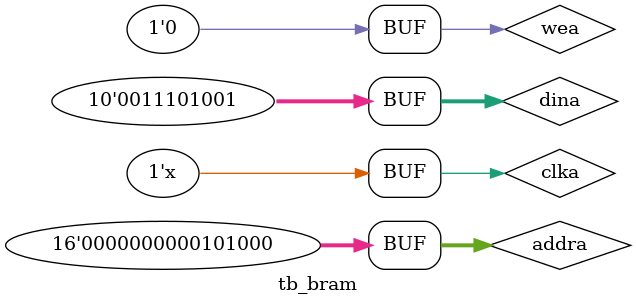
<source format=v>
`timescale 1ns / 1ps


module tb_bram;

	// Inputs
	reg clka;
	reg [0:0] wea;
	reg [15:0] addra;
	reg [9:0] dina;

	// Outputs
	wire [9:0] douta;

	// Instantiate the Unit Under Test (UUT)
	bram_arb uut (
		.clka(clka), 
		.wea(wea), 
		.addra(addra), 
		.dina(dina), 
		.douta(douta)
	);

	initial begin
		// Initialize Inputs
		clka = 0;
		wea = 0;
		addra = 0;
		dina = 0;

		// Wait 100 ns for global reset to finish
		#100;
		addra = 16'd23;

		#100;
		addra = 16'd33;

		#100;
		addra = 16'd39;

		#100
		addra = 16'd40;
		wea = 1'b1;
		dina = 10'd233;

		#100
		addra = 16'd40;
		wea = 1'b0;
        
		// Add stimulus here

	end

	always @(clka) #5 clka <= ~clka;
      
endmodule


</source>
